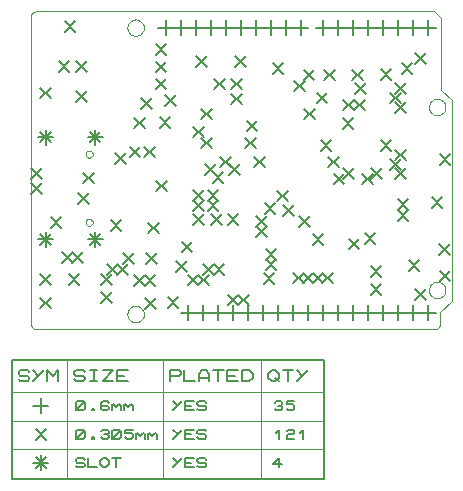
<source format=gbr>
G04 PROTEUS RS274X GERBER FILE*
%FSLAX45Y45*%
%MOMM*%
G01*
%ADD48C,0.127000*%
%ADD46C,0.025400*%
%ADD136C,0.063500*%
D48*
X+3087999Y+1914551D02*
X+3177801Y+1824749D01*
X+3087999Y+1824749D02*
X+3177801Y+1914551D01*
X+3043549Y+1994551D02*
X+3133351Y+1904749D01*
X+3043549Y+1904749D02*
X+3133351Y+1994551D01*
X+3087999Y+2074551D02*
X+3177801Y+1984749D01*
X+3087999Y+1984749D02*
X+3177801Y+2074551D01*
X+962599Y+1537551D02*
X+1052401Y+1447749D01*
X+962599Y+1447749D02*
X+1052401Y+1537551D01*
X+840393Y+1537551D02*
X+930195Y+1447749D01*
X+840393Y+1447749D02*
X+930195Y+1537551D01*
X+717599Y+1483991D02*
X+807401Y+1394189D01*
X+717599Y+1394189D02*
X+807401Y+1483991D01*
X+2964999Y+2197551D02*
X+3054801Y+2107749D01*
X+2964999Y+2107749D02*
X+3054801Y+2197551D01*
X+1816649Y+1616111D02*
X+1906451Y+1526309D01*
X+1816649Y+1526309D02*
X+1906451Y+1616111D01*
X+1403899Y+2304451D02*
X+1493701Y+2214649D01*
X+1403899Y+2214649D02*
X+1493701Y+2304451D01*
X+1442249Y+1859951D02*
X+1532051Y+1770149D01*
X+1442249Y+1770149D02*
X+1532051Y+1859951D01*
X+1696249Y+2113951D02*
X+1786051Y+2024149D01*
X+1696249Y+2024149D02*
X+1786051Y+2113951D01*
X+1734349Y+2304451D02*
X+1824151Y+2214649D01*
X+1734349Y+2214649D02*
X+1824151Y+2304451D01*
X+2648799Y+1937201D02*
X+2738601Y+1847399D01*
X+2648799Y+1847399D02*
X+2738601Y+1937201D01*
X+2737699Y+1937201D02*
X+2827501Y+1847399D01*
X+2737699Y+1847399D02*
X+2827501Y+1937201D01*
X+1829349Y+1758351D02*
X+1919151Y+1668549D01*
X+1829349Y+1668549D02*
X+1919151Y+1758351D01*
X+3107199Y+1003751D02*
X+3197001Y+913949D01*
X+3107199Y+913949D02*
X+3197001Y+1003751D01*
X+3396799Y+1109161D02*
X+3486601Y+1019359D01*
X+3396799Y+1019359D02*
X+3486601Y+1109161D01*
X+3142799Y+2248351D02*
X+3232601Y+2158549D01*
X+3142799Y+2158549D02*
X+3232601Y+2248351D01*
X+2724999Y+2191201D02*
X+2814801Y+2101399D01*
X+2724999Y+2101399D02*
X+2814801Y+2191201D01*
X+2564999Y+1311551D02*
X+2654801Y+1221749D01*
X+2564999Y+1221749D02*
X+2654801Y+1311551D01*
X+2644999Y+1356001D02*
X+2734801Y+1266199D01*
X+2644999Y+1266199D02*
X+2734801Y+1356001D01*
X+2387199Y+797851D02*
X+2477001Y+708049D01*
X+2387199Y+708049D02*
X+2477001Y+797851D01*
X+2828649Y+804201D02*
X+2918451Y+714399D01*
X+2828649Y+714399D02*
X+2918451Y+804201D01*
X+3107199Y+1092651D02*
X+3197001Y+1002849D01*
X+3107199Y+1002849D02*
X+3197001Y+1092651D01*
X+2233749Y+2096151D02*
X+2323551Y+2006349D01*
X+2233749Y+2006349D02*
X+2323551Y+2096151D01*
X+3199949Y+578301D02*
X+3289751Y+488499D01*
X+3199949Y+488499D02*
X+3289751Y+578301D01*
X+3460299Y+711651D02*
X+3550101Y+621849D01*
X+3460299Y+621849D02*
X+3550101Y+711651D01*
X+1974399Y+470351D02*
X+2064201Y+380549D01*
X+1974399Y+380549D02*
X+2064201Y+470351D01*
X+1988699Y+587951D02*
X+2078501Y+498149D01*
X+1988699Y+498149D02*
X+2078501Y+587951D01*
X+1988699Y+670501D02*
X+2078501Y+580699D01*
X+1988699Y+580699D02*
X+2078501Y+670501D01*
X+2222049Y+471111D02*
X+2311851Y+381309D01*
X+2222049Y+381309D02*
X+2311851Y+471111D01*
X+2304599Y+471111D02*
X+2394401Y+381309D01*
X+2304599Y+381309D02*
X+2394401Y+471111D01*
X+1378249Y+1088101D02*
X+1468051Y+998299D01*
X+1378249Y+998299D02*
X+1468051Y+1088101D01*
X+1378249Y+1172551D02*
X+1468051Y+1082749D01*
X+1378249Y+1082749D02*
X+1468051Y+1172551D01*
X+678999Y+914851D02*
X+768801Y+825049D01*
X+678999Y+825049D02*
X+768801Y+914851D01*
X+170999Y+940251D02*
X+260801Y+850449D01*
X+170999Y+850449D02*
X+260801Y+940251D01*
X+264749Y+645151D02*
X+354551Y+555349D01*
X+264749Y+555349D02*
X+354551Y+645151D01*
X+353649Y+645151D02*
X+443451Y+555349D01*
X+353649Y+555349D02*
X+443451Y+645151D01*
X+734649Y+543551D02*
X+824451Y+453749D01*
X+734649Y+453749D02*
X+824451Y+543551D01*
X+645749Y+543551D02*
X+735551Y+453749D01*
X+645749Y+453749D02*
X+735551Y+543551D01*
X+5899Y+1232351D02*
X+95701Y+1142549D01*
X+5899Y+1142549D02*
X+95701Y+1232351D01*
X+5899Y+1359351D02*
X+95701Y+1269549D01*
X+5899Y+1269549D02*
X+95701Y+1359351D01*
X+875849Y+449751D02*
X+965651Y+359949D01*
X+875849Y+359949D02*
X+965651Y+449751D01*
X+964749Y+449751D02*
X+1054551Y+359949D01*
X+964749Y+359949D02*
X+1054551Y+449751D01*
X+1669599Y+286201D02*
X+1759401Y+196399D01*
X+1669599Y+196399D02*
X+1759401Y+286201D01*
X+1161599Y+267151D02*
X+1251401Y+177349D01*
X+1161599Y+177349D02*
X+1251401Y+267151D01*
X+3088863Y+1514551D02*
X+3178665Y+1424749D01*
X+3088863Y+1424749D02*
X+3178665Y+1514551D01*
X+2693649Y+759201D02*
X+2783451Y+669399D01*
X+2693649Y+669399D02*
X+2783451Y+759201D01*
X+405199Y+1146451D02*
X+495001Y+1056649D01*
X+405199Y+1056649D02*
X+495001Y+1146451D01*
X+443299Y+1319451D02*
X+533101Y+1229649D01*
X+443299Y+1229649D02*
X+533101Y+1319451D01*
X+1377991Y+968826D02*
X+1467793Y+879024D01*
X+1377991Y+879024D02*
X+1467793Y+968826D01*
X+3043549Y+1434551D02*
X+3133351Y+1344749D01*
X+3043549Y+1344749D02*
X+3133351Y+1434551D01*
X+3087999Y+1354551D02*
X+3177801Y+1264749D01*
X+3087999Y+1264749D02*
X+3177801Y+1354551D01*
X+2050599Y+2248351D02*
X+2140401Y+2158549D01*
X+2050599Y+2158549D02*
X+2140401Y+2248351D01*
X+237039Y+2261661D02*
X+326841Y+2171859D01*
X+237039Y+2171859D02*
X+326841Y+2261661D01*
X+387159Y+2260391D02*
X+476961Y+2170589D01*
X+387159Y+2170589D02*
X+476961Y+2260391D01*
X+2484999Y+2191201D02*
X+2574801Y+2101399D01*
X+2484999Y+2101399D02*
X+2574801Y+2191201D01*
X+1059289Y+2408551D02*
X+1149091Y+2318749D01*
X+1059289Y+2318749D02*
X+1149091Y+2408551D01*
X+1059289Y+2259601D02*
X+1149091Y+2169799D01*
X+1059289Y+2169799D02*
X+1149091Y+2259601D01*
X+2422074Y+1997526D02*
X+2511876Y+1907724D01*
X+2422074Y+1907724D02*
X+2511876Y+1997526D01*
X+2641149Y+1778451D02*
X+2730951Y+1688649D01*
X+2641149Y+1688649D02*
X+2730951Y+1778451D01*
X+1696249Y+1986951D02*
X+1786051Y+1897149D01*
X+1696249Y+1897149D02*
X+1786051Y+1986951D01*
X+2804999Y+1311551D02*
X+2894801Y+1221749D01*
X+2804999Y+1221749D02*
X+2894801Y+1311551D01*
X+2884999Y+1356001D02*
X+2974801Y+1266199D01*
X+2884999Y+1266199D02*
X+2974801Y+1356001D01*
X+1441999Y+1616111D02*
X+1531801Y+1526309D01*
X+1441999Y+1526309D02*
X+1531801Y+1616111D01*
X+1092099Y+1790801D02*
X+1181901Y+1700999D01*
X+1092099Y+1700999D02*
X+1181901Y+1790801D01*
X+934349Y+1948551D02*
X+1024151Y+1858749D01*
X+934349Y+1858749D02*
X+1024151Y+1948551D01*
X+877599Y+1785991D02*
X+967401Y+1696189D01*
X+877599Y+1696189D02*
X+967401Y+1785991D01*
X+1330649Y+456101D02*
X+1420451Y+366299D01*
X+1330649Y+366299D02*
X+1420451Y+456101D01*
X+1419549Y+456101D02*
X+1509351Y+366299D01*
X+1419549Y+366299D02*
X+1509351Y+456101D01*
X+1548949Y+546551D02*
X+1638751Y+456749D01*
X+1548949Y+456749D02*
X+1638751Y+546551D01*
X+1460049Y+546551D02*
X+1549851Y+456749D01*
X+1460049Y+456749D02*
X+1549851Y+546551D01*
X+996499Y+895801D02*
X+1086301Y+805999D01*
X+996499Y+805999D02*
X+1086301Y+895801D01*
X+1758499Y+286201D02*
X+1848301Y+196399D01*
X+1758499Y+196399D02*
X+1848301Y+286201D01*
X+1230649Y+568901D02*
X+1320451Y+479099D01*
X+1230649Y+479099D02*
X+1320451Y+568901D01*
X+1280649Y+734001D02*
X+1370451Y+644199D01*
X+1280649Y+644199D02*
X+1370451Y+734001D01*
X+598989Y+305251D02*
X+688791Y+215449D01*
X+598989Y+215449D02*
X+688791Y+305251D01*
X+977849Y+638801D02*
X+1067651Y+548999D01*
X+977849Y+548999D02*
X+1067651Y+638801D01*
X+783549Y+638801D02*
X+873351Y+548999D01*
X+783549Y+548999D02*
X+873351Y+638801D01*
X+1479591Y+1388451D02*
X+1569393Y+1298649D01*
X+1479591Y+1298649D02*
X+1569393Y+1388451D01*
X+1912149Y+864051D02*
X+2001951Y+774249D01*
X+1912149Y+774249D02*
X+2001951Y+864051D01*
X+1912149Y+952951D02*
X+2001951Y+863149D01*
X+1912149Y+863149D02*
X+2001951Y+952951D01*
X+1529899Y+968826D02*
X+1619701Y+879024D01*
X+1529899Y+879024D02*
X+1619701Y+968826D01*
X+1498899Y+1172551D02*
X+1588701Y+1082749D01*
X+1498899Y+1082749D02*
X+1588701Y+1172551D01*
X+1498899Y+1088101D02*
X+1588701Y+998299D01*
X+1498899Y+998299D02*
X+1588701Y+1088101D01*
X+1543091Y+1324951D02*
X+1632893Y+1235149D01*
X+1543091Y+1235149D02*
X+1632893Y+1324951D01*
X+1378499Y+1707551D02*
X+1468301Y+1617749D01*
X+1378499Y+1617749D02*
X+1468301Y+1707551D01*
X+2272849Y+952951D02*
X+2362651Y+863149D01*
X+2272849Y+863149D02*
X+2362651Y+952951D01*
X+1682791Y+1388451D02*
X+1772593Y+1298649D01*
X+1682791Y+1298649D02*
X+1772593Y+1388451D01*
X+1059289Y+2113551D02*
X+1149091Y+2023749D01*
X+1059289Y+2023749D02*
X+1149091Y+2113551D01*
X+596449Y+458641D02*
X+686251Y+368839D01*
X+596449Y+368839D02*
X+686251Y+458641D01*
X+1606099Y+1454601D02*
X+1695901Y+1364799D01*
X+1606099Y+1364799D02*
X+1695901Y+1454601D01*
X+1981881Y+1060901D02*
X+2071683Y+971099D01*
X+1981881Y+971099D02*
X+2071683Y+1060901D01*
X+1891849Y+1454601D02*
X+1981651Y+1364799D01*
X+1891849Y+1364799D02*
X+1981651Y+1454601D01*
X+2520499Y+1454601D02*
X+2610301Y+1364799D01*
X+2520499Y+1364799D02*
X+2610301Y+1454601D01*
X+2087699Y+1166551D02*
X+2177501Y+1076749D01*
X+2087699Y+1076749D02*
X+2177501Y+1166551D01*
X+1669599Y+965651D02*
X+1759401Y+875849D01*
X+1669599Y+875849D02*
X+1759401Y+965651D01*
X+3257099Y+330651D02*
X+3346901Y+240849D01*
X+3257099Y+240849D02*
X+3346901Y+330651D01*
X+2878510Y+527501D02*
X+2968312Y+437699D01*
X+2878510Y+437699D02*
X+2968312Y+527501D01*
X+2878510Y+375101D02*
X+2968312Y+285299D01*
X+2878510Y+285299D02*
X+2968312Y+375101D01*
X+2387149Y+471111D02*
X+2476951Y+381309D01*
X+2387149Y+381309D02*
X+2476951Y+471111D01*
X+2469699Y+471111D02*
X+2559501Y+381309D01*
X+2469699Y+381309D02*
X+2559501Y+471111D01*
X+971099Y+254451D02*
X+1060901Y+164649D01*
X+971099Y+164649D02*
X+1060901Y+254451D01*
X+323399Y+458641D02*
X+413201Y+368839D01*
X+323399Y+368839D02*
X+413201Y+458641D01*
X+1062599Y+1252551D02*
X+1152401Y+1162749D01*
X+1062599Y+1162749D02*
X+1152401Y+1252551D01*
X+3465074Y+489401D02*
X+3554876Y+399599D01*
X+3465074Y+399599D02*
X+3554876Y+489401D01*
X+3465074Y+1473651D02*
X+3554876Y+1383849D01*
X+3465074Y+1383849D02*
X+3554876Y+1473651D01*
X+3257099Y+2330901D02*
X+3346901Y+2241099D01*
X+3257099Y+2241099D02*
X+3346901Y+2330901D01*
X+2964999Y+1594551D02*
X+3054801Y+1504749D01*
X+2964999Y+1504749D02*
X+3054801Y+1594551D01*
X+2456999Y+1594551D02*
X+2546801Y+1504749D01*
X+2456999Y+1504749D02*
X+2546801Y+1594551D01*
X+2317299Y+1859951D02*
X+2407101Y+1770149D01*
X+2317299Y+1770149D02*
X+2407101Y+1859951D01*
X+1555299Y+2113951D02*
X+1645101Y+2024149D01*
X+1555299Y+2024149D02*
X+1645101Y+2113951D01*
X+2749099Y+2076901D02*
X+2838901Y+1987099D01*
X+2749099Y+1987099D02*
X+2838901Y+2076901D01*
X+2313549Y+2191201D02*
X+2403351Y+2101399D01*
X+2313549Y+2101399D02*
X+2403351Y+2191201D01*
X+387159Y+2006391D02*
X+476961Y+1916589D01*
X+387159Y+1916589D02*
X+476961Y+2006391D01*
X+288099Y+2603951D02*
X+377901Y+2514149D01*
X+288099Y+2514149D02*
X+377901Y+2603951D01*
X+82359Y+2038141D02*
X+172161Y+1948339D01*
X+82359Y+1948339D02*
X+172161Y+2038141D01*
X+82099Y+260141D02*
X+171901Y+170339D01*
X+82099Y+170339D02*
X+171901Y+260141D01*
X+82099Y+456991D02*
X+171901Y+367189D01*
X+82099Y+367189D02*
X+171901Y+456991D01*
X+1140569Y+1974386D02*
X+1230371Y+1884584D01*
X+1140569Y+1884584D02*
X+1230371Y+1974386D01*
X+2138789Y+1042206D02*
X+2228591Y+952404D01*
X+2138789Y+952404D02*
X+2228591Y+1042206D01*
X+545000Y+819150D02*
X+545000Y+692150D01*
X+481500Y+755650D02*
X+608500Y+755650D01*
X+500099Y+800551D02*
X+589901Y+710749D01*
X+500099Y+710749D02*
X+589901Y+800551D01*
X+545000Y+1683150D02*
X+545000Y+1556150D01*
X+481500Y+1619650D02*
X+608500Y+1619650D01*
X+500099Y+1664551D02*
X+589901Y+1574749D01*
X+500099Y+1574749D02*
X+589901Y+1664551D01*
X+127000Y+819150D02*
X+127000Y+692150D01*
X+63500Y+755650D02*
X+190500Y+755650D01*
X+82099Y+800551D02*
X+171901Y+710749D01*
X+82099Y+710749D02*
X+171901Y+800551D01*
X+127000Y+1683150D02*
X+127000Y+1556150D01*
X+63500Y+1619650D02*
X+190500Y+1619650D01*
X+82099Y+1664551D02*
X+171901Y+1574749D01*
X+82099Y+1574749D02*
X+171901Y+1664551D01*
X+2286000Y+2609850D02*
X+2286000Y+2482850D01*
X+2222500Y+2546350D02*
X+2349500Y+2546350D01*
X+2159000Y+2609850D02*
X+2159000Y+2482850D01*
X+2095500Y+2546350D02*
X+2222500Y+2546350D01*
X+2032000Y+2609850D02*
X+2032000Y+2482850D01*
X+1968500Y+2546350D02*
X+2095500Y+2546350D01*
X+1905000Y+2609850D02*
X+1905000Y+2482850D01*
X+1841500Y+2546350D02*
X+1968500Y+2546350D01*
X+1778000Y+2609850D02*
X+1778000Y+2482850D01*
X+1714500Y+2546350D02*
X+1841500Y+2546350D01*
X+1651000Y+2609850D02*
X+1651000Y+2482850D01*
X+1587500Y+2546350D02*
X+1714500Y+2546350D01*
X+1524000Y+2609850D02*
X+1524000Y+2482850D01*
X+1460500Y+2546350D02*
X+1587500Y+2546350D01*
X+1397000Y+2609850D02*
X+1397000Y+2482850D01*
X+1333500Y+2546350D02*
X+1460500Y+2546350D01*
X+1270000Y+2609850D02*
X+1270000Y+2482850D01*
X+1206500Y+2546350D02*
X+1333500Y+2546350D01*
X+1143000Y+2609850D02*
X+1143000Y+2482850D01*
X+1079500Y+2546350D02*
X+1206500Y+2546350D01*
X+3365500Y+2609850D02*
X+3365500Y+2482850D01*
X+3302000Y+2546350D02*
X+3429000Y+2546350D01*
X+3238500Y+2609850D02*
X+3238500Y+2482850D01*
X+3175000Y+2546350D02*
X+3302000Y+2546350D01*
X+3111500Y+2609850D02*
X+3111500Y+2482850D01*
X+3048000Y+2546350D02*
X+3175000Y+2546350D01*
X+2984500Y+2609850D02*
X+2984500Y+2482850D01*
X+2921000Y+2546350D02*
X+3048000Y+2546350D01*
X+2857500Y+2609850D02*
X+2857500Y+2482850D01*
X+2794000Y+2546350D02*
X+2921000Y+2546350D01*
X+2730500Y+2609850D02*
X+2730500Y+2482850D01*
X+2667000Y+2546350D02*
X+2794000Y+2546350D01*
X+2603500Y+2609850D02*
X+2603500Y+2482850D01*
X+2540000Y+2546350D02*
X+2667000Y+2546350D01*
X+2476500Y+2609850D02*
X+2476500Y+2482850D01*
X+2413000Y+2546350D02*
X+2540000Y+2546350D01*
X+2603500Y+196850D02*
X+2603500Y+69850D01*
X+2540000Y+133350D02*
X+2667000Y+133350D01*
X+2730500Y+196850D02*
X+2730500Y+69850D01*
X+2667000Y+133350D02*
X+2794000Y+133350D01*
X+2857500Y+196850D02*
X+2857500Y+69850D01*
X+2794000Y+133350D02*
X+2921000Y+133350D01*
X+2984500Y+196850D02*
X+2984500Y+69850D01*
X+2921000Y+133350D02*
X+3048000Y+133350D01*
X+3111500Y+196850D02*
X+3111500Y+69850D01*
X+3048000Y+133350D02*
X+3175000Y+133350D01*
X+3238500Y+196850D02*
X+3238500Y+69850D01*
X+3175000Y+133350D02*
X+3302000Y+133350D01*
X+3365500Y+196850D02*
X+3365500Y+69850D01*
X+3302000Y+133350D02*
X+3429000Y+133350D01*
X+1333500Y+196850D02*
X+1333500Y+69850D01*
X+1270000Y+133350D02*
X+1397000Y+133350D01*
X+1460500Y+196850D02*
X+1460500Y+69850D01*
X+1397000Y+133350D02*
X+1524000Y+133350D01*
X+1587500Y+196850D02*
X+1587500Y+69850D01*
X+1524000Y+133350D02*
X+1651000Y+133350D01*
X+1714500Y+196850D02*
X+1714500Y+69850D01*
X+1651000Y+133350D02*
X+1778000Y+133350D01*
X+1841500Y+196850D02*
X+1841500Y+69850D01*
X+1778000Y+133350D02*
X+1905000Y+133350D01*
X+1968500Y+196850D02*
X+1968500Y+69850D01*
X+1905000Y+133350D02*
X+2032000Y+133350D01*
X+2095500Y+196850D02*
X+2095500Y+69850D01*
X+2032000Y+133350D02*
X+2159000Y+133350D01*
X+2222500Y+196850D02*
X+2222500Y+69850D01*
X+2159000Y+133350D02*
X+2286000Y+133350D01*
X+2349500Y+196850D02*
X+2349500Y+69850D01*
X+2286000Y+133350D02*
X+2413000Y+133350D01*
X+2476500Y+196850D02*
X+2476500Y+69850D01*
X+2413000Y+133350D02*
X+2540000Y+133350D01*
D46*
X+525000Y+898650D02*
X+524897Y+901139D01*
X+524055Y+906119D01*
X+522295Y+911099D01*
X+519418Y+916079D01*
X+515017Y+920995D01*
X+510037Y+924609D01*
X+505057Y+926914D01*
X+500077Y+928217D01*
X+495097Y+928650D01*
X+495000Y+928650D01*
X+465000Y+898650D02*
X+465103Y+901139D01*
X+465945Y+906119D01*
X+467705Y+911099D01*
X+470582Y+916079D01*
X+474983Y+920995D01*
X+479963Y+924609D01*
X+484943Y+926914D01*
X+489923Y+928217D01*
X+494903Y+928650D01*
X+495000Y+928650D01*
X+465000Y+898650D02*
X+465103Y+896161D01*
X+465945Y+891181D01*
X+467705Y+886201D01*
X+470582Y+881221D01*
X+474983Y+876305D01*
X+479963Y+872691D01*
X+484943Y+870386D01*
X+489923Y+869083D01*
X+494903Y+868650D01*
X+495000Y+868650D01*
X+525000Y+898650D02*
X+524897Y+896161D01*
X+524055Y+891181D01*
X+522295Y+886201D01*
X+519418Y+881221D01*
X+515017Y+876305D01*
X+510037Y+872691D01*
X+505057Y+870386D01*
X+500077Y+869083D01*
X+495097Y+868650D01*
X+495000Y+868650D01*
X+525000Y+1476650D02*
X+524897Y+1479139D01*
X+524055Y+1484119D01*
X+522295Y+1489099D01*
X+519418Y+1494079D01*
X+515017Y+1498995D01*
X+510037Y+1502609D01*
X+505057Y+1504914D01*
X+500077Y+1506217D01*
X+495097Y+1506650D01*
X+495000Y+1506650D01*
X+465000Y+1476650D02*
X+465103Y+1479139D01*
X+465945Y+1484119D01*
X+467705Y+1489099D01*
X+470582Y+1494079D01*
X+474983Y+1498995D01*
X+479963Y+1502609D01*
X+484943Y+1504914D01*
X+489923Y+1506217D01*
X+494903Y+1506650D01*
X+495000Y+1506650D01*
X+465000Y+1476650D02*
X+465103Y+1474161D01*
X+465945Y+1469181D01*
X+467705Y+1464201D01*
X+470582Y+1459221D01*
X+474983Y+1454305D01*
X+479963Y+1450691D01*
X+484943Y+1448386D01*
X+489923Y+1447083D01*
X+494903Y+1446650D01*
X+495000Y+1446650D01*
X+525000Y+1476650D02*
X+524897Y+1474161D01*
X+524055Y+1469181D01*
X+522295Y+1464201D01*
X+519418Y+1459221D01*
X+515017Y+1454305D01*
X+510037Y+1450691D01*
X+505057Y+1448386D01*
X+500077Y+1447083D01*
X+495097Y+1446650D01*
X+495000Y+1446650D01*
X+959000Y+2546350D02*
X+958761Y+2552129D01*
X+956819Y+2563689D01*
X+952756Y+2575249D01*
X+946123Y+2586809D01*
X+935976Y+2598247D01*
X+924416Y+2606730D01*
X+912856Y+2612160D01*
X+901296Y+2615262D01*
X+889736Y+2616346D01*
X+889000Y+2616350D01*
X+819000Y+2546350D02*
X+819239Y+2552129D01*
X+821181Y+2563689D01*
X+825244Y+2575249D01*
X+831877Y+2586809D01*
X+842024Y+2598247D01*
X+853584Y+2606730D01*
X+865144Y+2612160D01*
X+876704Y+2615262D01*
X+888264Y+2616346D01*
X+889000Y+2616350D01*
X+819000Y+2546350D02*
X+819239Y+2540571D01*
X+821181Y+2529011D01*
X+825244Y+2517451D01*
X+831877Y+2505891D01*
X+842024Y+2494453D01*
X+853584Y+2485970D01*
X+865144Y+2480540D01*
X+876704Y+2477438D01*
X+888264Y+2476354D01*
X+889000Y+2476350D01*
X+959000Y+2546350D02*
X+958761Y+2540571D01*
X+956819Y+2529011D01*
X+952756Y+2517451D01*
X+946123Y+2505891D01*
X+935976Y+2494453D01*
X+924416Y+2485970D01*
X+912856Y+2480540D01*
X+901296Y+2477438D01*
X+889736Y+2476354D01*
X+889000Y+2476350D01*
X+959000Y+120650D02*
X+958761Y+126429D01*
X+956819Y+137989D01*
X+952756Y+149549D01*
X+946123Y+161109D01*
X+935976Y+172547D01*
X+924416Y+181030D01*
X+912856Y+186460D01*
X+901296Y+189562D01*
X+889736Y+190646D01*
X+889000Y+190650D01*
X+819000Y+120650D02*
X+819239Y+126429D01*
X+821181Y+137989D01*
X+825244Y+149549D01*
X+831877Y+161109D01*
X+842024Y+172547D01*
X+853584Y+181030D01*
X+865144Y+186460D01*
X+876704Y+189562D01*
X+888264Y+190646D01*
X+889000Y+190650D01*
X+819000Y+120650D02*
X+819239Y+114871D01*
X+821181Y+103311D01*
X+825244Y+91751D01*
X+831877Y+80191D01*
X+842024Y+68753D01*
X+853584Y+60270D01*
X+865144Y+54840D01*
X+876704Y+51738D01*
X+888264Y+50654D01*
X+889000Y+50650D01*
X+959000Y+120650D02*
X+958761Y+114871D01*
X+956819Y+103311D01*
X+952756Y+91751D01*
X+946123Y+80191D01*
X+935976Y+68753D01*
X+924416Y+60270D01*
X+912856Y+54840D01*
X+901296Y+51738D01*
X+889736Y+50654D01*
X+889000Y+50650D01*
X+3416300Y+2684780D02*
X+3472180Y+2628900D01*
X+3472180Y+2021840D01*
X+3469640Y+137160D02*
X+3469640Y+45720D01*
X+3465721Y+25727D01*
X+3454956Y+9604D01*
X+3438833Y-1161D01*
X+3418840Y-5080D01*
X+50800Y-5080D02*
X+30807Y-1161D01*
X+14684Y+9604D01*
X+3919Y+25727D01*
X+0Y+45720D01*
X+0Y+2633980D02*
X+3919Y+2653973D01*
X+14684Y+2670096D01*
X+30807Y+2680861D01*
X+50800Y+2684780D01*
X+0Y+2633980D02*
X+0Y+45720D01*
X+50800Y-5080D02*
X+3418840Y-5080D01*
X+50800Y+2684780D02*
X+3416300Y+2684780D01*
X+3469640Y+137160D02*
X+3563620Y+231140D01*
X+3472180Y+2021840D02*
X+3563620Y+1930400D01*
X+3563620Y+231140D01*
X+3511700Y+323850D02*
X+3511461Y+329629D01*
X+3509519Y+341189D01*
X+3505456Y+352749D01*
X+3498823Y+364309D01*
X+3488676Y+375747D01*
X+3477116Y+384230D01*
X+3465556Y+389660D01*
X+3453996Y+392762D01*
X+3442436Y+393846D01*
X+3441700Y+393850D01*
X+3371700Y+323850D02*
X+3371939Y+329629D01*
X+3373881Y+341189D01*
X+3377944Y+352749D01*
X+3384577Y+364309D01*
X+3394724Y+375747D01*
X+3406284Y+384230D01*
X+3417844Y+389660D01*
X+3429404Y+392762D01*
X+3440964Y+393846D01*
X+3441700Y+393850D01*
X+3371700Y+323850D02*
X+3371939Y+318071D01*
X+3373881Y+306511D01*
X+3377944Y+294951D01*
X+3384577Y+283391D01*
X+3394724Y+271953D01*
X+3406284Y+263470D01*
X+3417844Y+258040D01*
X+3429404Y+254938D01*
X+3440964Y+253854D01*
X+3441700Y+253850D01*
X+3511700Y+323850D02*
X+3511461Y+318071D01*
X+3509519Y+306511D01*
X+3505456Y+294951D01*
X+3498823Y+283391D01*
X+3488676Y+271953D01*
X+3477116Y+263470D01*
X+3465556Y+258040D01*
X+3453996Y+254938D01*
X+3442436Y+253854D01*
X+3441700Y+253850D01*
X+3511700Y+1873250D02*
X+3511461Y+1879029D01*
X+3509519Y+1890589D01*
X+3505456Y+1902149D01*
X+3498823Y+1913709D01*
X+3488676Y+1925147D01*
X+3477116Y+1933630D01*
X+3465556Y+1939060D01*
X+3453996Y+1942162D01*
X+3442436Y+1943246D01*
X+3441700Y+1943250D01*
X+3371700Y+1873250D02*
X+3371939Y+1879029D01*
X+3373881Y+1890589D01*
X+3377944Y+1902149D01*
X+3384577Y+1913709D01*
X+3394724Y+1925147D01*
X+3406284Y+1933630D01*
X+3417844Y+1939060D01*
X+3429404Y+1942162D01*
X+3440964Y+1943246D01*
X+3441700Y+1943250D01*
X+3371700Y+1873250D02*
X+3371939Y+1867471D01*
X+3373881Y+1855911D01*
X+3377944Y+1844351D01*
X+3384577Y+1832791D01*
X+3394724Y+1821353D01*
X+3406284Y+1812870D01*
X+3417844Y+1807440D01*
X+3429404Y+1804338D01*
X+3440964Y+1803254D01*
X+3441700Y+1803250D01*
X+3511700Y+1873250D02*
X+3511461Y+1867471D01*
X+3509519Y+1855911D01*
X+3505456Y+1844351D01*
X+3498823Y+1832791D01*
X+3488676Y+1821353D01*
X+3477116Y+1812870D01*
X+3465556Y+1807440D01*
X+3453996Y+1804338D01*
X+3442436Y+1803254D01*
X+3441700Y+1803250D01*
D48*
X-159670Y-1270635D02*
X+2484470Y-1270635D01*
X+2484470Y-267335D01*
X-159670Y-267335D01*
X-159670Y-1270635D01*
D136*
X+307692Y-267335D02*
X+307692Y-1270635D01*
X+1120492Y-267335D02*
X+1120492Y-1270635D01*
X+1953612Y-267335D02*
X+1953612Y-1270635D01*
X-159670Y-540385D02*
X+2484470Y-540385D01*
X-159670Y-781685D02*
X+2484470Y-781685D01*
X-159670Y-1022985D02*
X+2484470Y-1022985D01*
D48*
X-102520Y-431165D02*
X-87280Y-446405D01*
X-26320Y-446405D01*
X-11080Y-431165D01*
X-11080Y-415925D01*
X-26320Y-400685D01*
X-87280Y-400685D01*
X-102520Y-385445D01*
X-102520Y-370205D01*
X-87280Y-354965D01*
X-26320Y-354965D01*
X-11080Y-370205D01*
X+110840Y-354965D02*
X+19400Y-446405D01*
X+19400Y-354965D02*
X+65120Y-400685D01*
X+141320Y-446405D02*
X+141320Y-354965D01*
X+187040Y-400685D01*
X+232760Y-354965D01*
X+232760Y-446405D01*
X+364840Y-431165D02*
X+380080Y-446405D01*
X+441040Y-446405D01*
X+456280Y-431165D01*
X+456280Y-415925D01*
X+441040Y-400685D01*
X+380080Y-400685D01*
X+364840Y-385445D01*
X+364840Y-370205D01*
X+380080Y-354965D01*
X+441040Y-354965D01*
X+456280Y-370205D01*
X+502000Y-354965D02*
X+562960Y-354965D01*
X+532480Y-354965D02*
X+532480Y-446405D01*
X+502000Y-446405D02*
X+562960Y-446405D01*
X+608680Y-354965D02*
X+700120Y-354965D01*
X+608680Y-446405D01*
X+700120Y-446405D01*
X+822040Y-446405D02*
X+730600Y-446405D01*
X+730600Y-354965D01*
X+822040Y-354965D01*
X+730600Y-400685D02*
X+791560Y-400685D01*
X+1177640Y-446405D02*
X+1177640Y-354965D01*
X+1253840Y-354965D01*
X+1269080Y-370205D01*
X+1269080Y-385445D01*
X+1253840Y-400685D01*
X+1177640Y-400685D01*
X+1299560Y-354965D02*
X+1299560Y-446405D01*
X+1391000Y-446405D01*
X+1421480Y-446405D02*
X+1421480Y-385445D01*
X+1451960Y-354965D01*
X+1482440Y-354965D01*
X+1512920Y-385445D01*
X+1512920Y-446405D01*
X+1421480Y-415925D02*
X+1512920Y-415925D01*
X+1543400Y-354965D02*
X+1634840Y-354965D01*
X+1589120Y-354965D02*
X+1589120Y-446405D01*
X+1756760Y-446405D02*
X+1665320Y-446405D01*
X+1665320Y-354965D01*
X+1756760Y-354965D01*
X+1665320Y-400685D02*
X+1726280Y-400685D01*
X+1787240Y-446405D02*
X+1787240Y-354965D01*
X+1848200Y-354965D01*
X+1878680Y-385445D01*
X+1878680Y-415925D01*
X+1848200Y-446405D01*
X+1787240Y-446405D01*
X+2010760Y-385445D02*
X+2041240Y-354965D01*
X+2071720Y-354965D01*
X+2102200Y-385445D01*
X+2102200Y-415925D01*
X+2071720Y-446405D01*
X+2041240Y-446405D01*
X+2010760Y-415925D01*
X+2010760Y-385445D01*
X+2071720Y-415925D02*
X+2102200Y-446405D01*
X+2132680Y-354965D02*
X+2224120Y-354965D01*
X+2178400Y-354965D02*
X+2178400Y-446405D01*
X+2346040Y-354965D02*
X+2254600Y-446405D01*
X+2254600Y-354965D02*
X+2300320Y-400685D01*
X+86710Y-591185D02*
X+86710Y-718185D01*
X+23210Y-654685D02*
X+150210Y-654685D01*
X+383890Y-680085D02*
X+383890Y-629285D01*
X+396590Y-616585D01*
X+447390Y-616585D01*
X+460090Y-629285D01*
X+460090Y-680085D01*
X+447390Y-692785D01*
X+396590Y-692785D01*
X+383890Y-680085D01*
X+383890Y-692785D02*
X+460090Y-616585D01*
X+523590Y-680085D02*
X+536290Y-680085D01*
X+536290Y-692785D01*
X+523590Y-692785D01*
X+523590Y-680085D01*
X+663290Y-629285D02*
X+650590Y-616585D01*
X+612490Y-616585D01*
X+599790Y-629285D01*
X+599790Y-680085D01*
X+612490Y-692785D01*
X+650590Y-692785D01*
X+663290Y-680085D01*
X+663290Y-667385D01*
X+650590Y-654685D01*
X+599790Y-654685D01*
X+688690Y-692785D02*
X+688690Y-641985D01*
X+688690Y-654685D02*
X+701390Y-641985D01*
X+726790Y-667385D01*
X+752190Y-641985D01*
X+764890Y-654685D01*
X+764890Y-692785D01*
X+790290Y-692785D02*
X+790290Y-641985D01*
X+790290Y-654685D02*
X+802990Y-641985D01*
X+828390Y-667385D01*
X+853790Y-641985D01*
X+866490Y-654685D01*
X+866490Y-692785D01*
X+1285590Y-616585D02*
X+1209390Y-692785D01*
X+1209390Y-616585D02*
X+1247490Y-654685D01*
X+1387190Y-692785D02*
X+1310990Y-692785D01*
X+1310990Y-616585D01*
X+1387190Y-616585D01*
X+1310990Y-654685D02*
X+1361790Y-654685D01*
X+1412590Y-680085D02*
X+1425290Y-692785D01*
X+1476090Y-692785D01*
X+1488790Y-680085D01*
X+1488790Y-667385D01*
X+1476090Y-654685D01*
X+1425290Y-654685D01*
X+1412590Y-641985D01*
X+1412590Y-629285D01*
X+1425290Y-616585D01*
X+1476090Y-616585D01*
X+1488790Y-629285D01*
X+2067910Y-629285D02*
X+2080610Y-616585D01*
X+2118710Y-616585D01*
X+2131410Y-629285D01*
X+2131410Y-641985D01*
X+2118710Y-654685D01*
X+2131410Y-667385D01*
X+2131410Y-680085D01*
X+2118710Y-692785D01*
X+2080610Y-692785D01*
X+2067910Y-680085D01*
X+2093310Y-654685D02*
X+2118710Y-654685D01*
X+2233010Y-616585D02*
X+2169510Y-616585D01*
X+2169510Y-641985D01*
X+2220310Y-641985D01*
X+2233010Y-654685D01*
X+2233010Y-680085D01*
X+2220310Y-692785D01*
X+2182210Y-692785D01*
X+2169510Y-680085D01*
X+41809Y-851084D02*
X+131611Y-940886D01*
X+41809Y-940886D02*
X+131611Y-851084D01*
X+383890Y-921385D02*
X+383890Y-870585D01*
X+396590Y-857885D01*
X+447390Y-857885D01*
X+460090Y-870585D01*
X+460090Y-921385D01*
X+447390Y-934085D01*
X+396590Y-934085D01*
X+383890Y-921385D01*
X+383890Y-934085D02*
X+460090Y-857885D01*
X+523590Y-921385D02*
X+536290Y-921385D01*
X+536290Y-934085D01*
X+523590Y-934085D01*
X+523590Y-921385D01*
X+599790Y-870585D02*
X+612490Y-857885D01*
X+650590Y-857885D01*
X+663290Y-870585D01*
X+663290Y-883285D01*
X+650590Y-895985D01*
X+663290Y-908685D01*
X+663290Y-921385D01*
X+650590Y-934085D01*
X+612490Y-934085D01*
X+599790Y-921385D01*
X+625190Y-895985D02*
X+650590Y-895985D01*
X+688690Y-921385D02*
X+688690Y-870585D01*
X+701390Y-857885D01*
X+752190Y-857885D01*
X+764890Y-870585D01*
X+764890Y-921385D01*
X+752190Y-934085D01*
X+701390Y-934085D01*
X+688690Y-921385D01*
X+688690Y-934085D02*
X+764890Y-857885D01*
X+866490Y-857885D02*
X+802990Y-857885D01*
X+802990Y-883285D01*
X+853790Y-883285D01*
X+866490Y-895985D01*
X+866490Y-921385D01*
X+853790Y-934085D01*
X+815690Y-934085D01*
X+802990Y-921385D01*
X+891890Y-934085D02*
X+891890Y-883285D01*
X+891890Y-895985D02*
X+904590Y-883285D01*
X+929990Y-908685D01*
X+955390Y-883285D01*
X+968090Y-895985D01*
X+968090Y-934085D01*
X+993490Y-934085D02*
X+993490Y-883285D01*
X+993490Y-895985D02*
X+1006190Y-883285D01*
X+1031590Y-908685D01*
X+1056990Y-883285D01*
X+1069690Y-895985D01*
X+1069690Y-934085D01*
X+1285590Y-857885D02*
X+1209390Y-934085D01*
X+1209390Y-857885D02*
X+1247490Y-895985D01*
X+1387190Y-934085D02*
X+1310990Y-934085D01*
X+1310990Y-857885D01*
X+1387190Y-857885D01*
X+1310990Y-895985D02*
X+1361790Y-895985D01*
X+1412590Y-921385D02*
X+1425290Y-934085D01*
X+1476090Y-934085D01*
X+1488790Y-921385D01*
X+1488790Y-908685D01*
X+1476090Y-895985D01*
X+1425290Y-895985D01*
X+1412590Y-883285D01*
X+1412590Y-870585D01*
X+1425290Y-857885D01*
X+1476090Y-857885D01*
X+1488790Y-870585D01*
X+2080610Y-883285D02*
X+2106010Y-857885D01*
X+2106010Y-934085D01*
X+2169510Y-870585D02*
X+2182210Y-857885D01*
X+2220310Y-857885D01*
X+2233010Y-870585D01*
X+2233010Y-883285D01*
X+2220310Y-895985D01*
X+2182210Y-895985D01*
X+2169510Y-908685D01*
X+2169510Y-934085D01*
X+2233010Y-934085D01*
X+2283810Y-883285D02*
X+2309210Y-857885D01*
X+2309210Y-934085D01*
X+86710Y-1073785D02*
X+86710Y-1200785D01*
X+23210Y-1137285D02*
X+150210Y-1137285D01*
X+41809Y-1092384D02*
X+131611Y-1182186D01*
X+41809Y-1182186D02*
X+131611Y-1092384D01*
X+383890Y-1162685D02*
X+396590Y-1175385D01*
X+447390Y-1175385D01*
X+460090Y-1162685D01*
X+460090Y-1149985D01*
X+447390Y-1137285D01*
X+396590Y-1137285D01*
X+383890Y-1124585D01*
X+383890Y-1111885D01*
X+396590Y-1099185D01*
X+447390Y-1099185D01*
X+460090Y-1111885D01*
X+485490Y-1099185D02*
X+485490Y-1175385D01*
X+561690Y-1175385D01*
X+587090Y-1124585D02*
X+612490Y-1099185D01*
X+637890Y-1099185D01*
X+663290Y-1124585D01*
X+663290Y-1149985D01*
X+637890Y-1175385D01*
X+612490Y-1175385D01*
X+587090Y-1149985D01*
X+587090Y-1124585D01*
X+688690Y-1099185D02*
X+764890Y-1099185D01*
X+726790Y-1099185D02*
X+726790Y-1175385D01*
X+1285590Y-1099185D02*
X+1209390Y-1175385D01*
X+1209390Y-1099185D02*
X+1247490Y-1137285D01*
X+1387190Y-1175385D02*
X+1310990Y-1175385D01*
X+1310990Y-1099185D01*
X+1387190Y-1099185D01*
X+1310990Y-1137285D02*
X+1361790Y-1137285D01*
X+1412590Y-1162685D02*
X+1425290Y-1175385D01*
X+1476090Y-1175385D01*
X+1488790Y-1162685D01*
X+1488790Y-1149985D01*
X+1476090Y-1137285D01*
X+1425290Y-1137285D01*
X+1412590Y-1124585D01*
X+1412590Y-1111885D01*
X+1425290Y-1099185D01*
X+1476090Y-1099185D01*
X+1488790Y-1111885D01*
X+2131410Y-1149985D02*
X+2055210Y-1149985D01*
X+2106010Y-1099185D01*
X+2106010Y-1175385D01*
M02*

</source>
